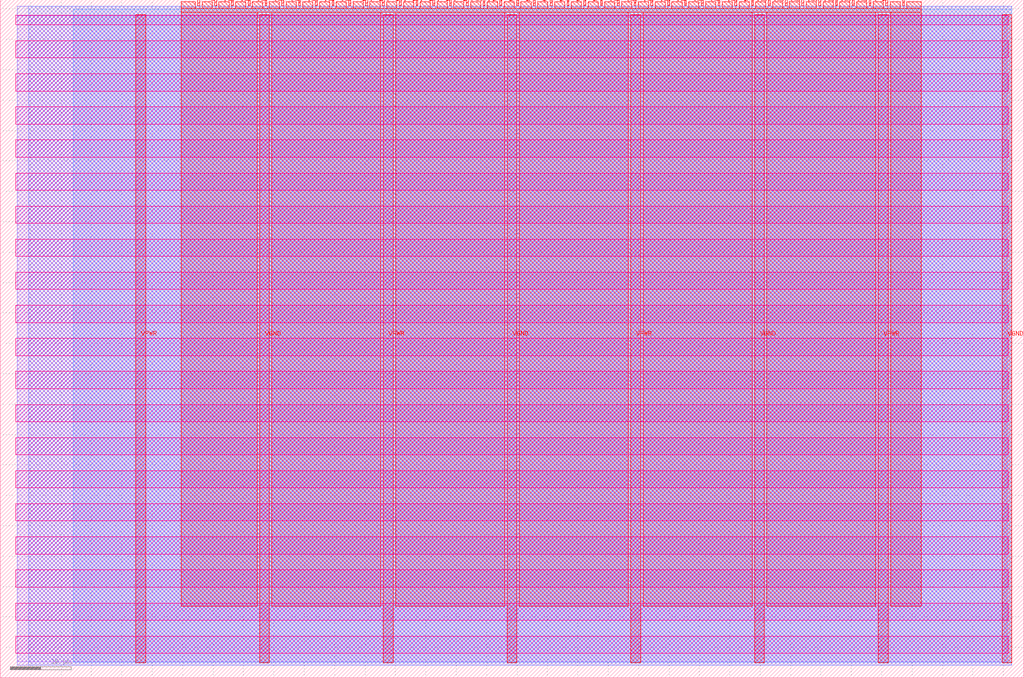
<source format=lef>
VERSION 5.7 ;
  NOWIREEXTENSIONATPIN ON ;
  DIVIDERCHAR "/" ;
  BUSBITCHARS "[]" ;
MACRO tt_um_haozhezhu_top
  CLASS BLOCK ;
  FOREIGN tt_um_haozhezhu_top ;
  ORIGIN 0.000 0.000 ;
  SIZE 168.360 BY 111.520 ;
  PIN VGND
    DIRECTION INOUT ;
    USE GROUND ;
    PORT
      LAYER met4 ;
        RECT 42.670 2.480 44.270 109.040 ;
    END
    PORT
      LAYER met4 ;
        RECT 83.380 2.480 84.980 109.040 ;
    END
    PORT
      LAYER met4 ;
        RECT 124.090 2.480 125.690 109.040 ;
    END
    PORT
      LAYER met4 ;
        RECT 164.800 2.480 166.400 109.040 ;
    END
  END VGND
  PIN VPWR
    DIRECTION INOUT ;
    USE POWER ;
    PORT
      LAYER met4 ;
        RECT 22.315 2.480 23.915 109.040 ;
    END
    PORT
      LAYER met4 ;
        RECT 63.025 2.480 64.625 109.040 ;
    END
    PORT
      LAYER met4 ;
        RECT 103.735 2.480 105.335 109.040 ;
    END
    PORT
      LAYER met4 ;
        RECT 144.445 2.480 146.045 109.040 ;
    END
  END VPWR
  PIN clk
    DIRECTION INPUT ;
    USE SIGNAL ;
    PORT
      LAYER met4 ;
        RECT 145.670 110.520 145.970 111.520 ;
    END
  END clk
  PIN ena
    DIRECTION INPUT ;
    USE SIGNAL ;
    ANTENNAGATEAREA 0.159000 ;
    PORT
      LAYER met4 ;
        RECT 148.430 110.520 148.730 111.520 ;
    END
  END ena
  PIN rst_n
    DIRECTION INPUT ;
    USE SIGNAL ;
    ANTENNAGATEAREA 0.196500 ;
    PORT
      LAYER met4 ;
        RECT 142.910 110.520 143.210 111.520 ;
    END
  END rst_n
  PIN ui_in[0]
    DIRECTION INPUT ;
    USE SIGNAL ;
    ANTENNAGATEAREA 0.196500 ;
    PORT
      LAYER met4 ;
        RECT 140.150 110.520 140.450 111.520 ;
    END
  END ui_in[0]
  PIN ui_in[1]
    DIRECTION INPUT ;
    USE SIGNAL ;
    ANTENNAGATEAREA 0.213000 ;
    PORT
      LAYER met4 ;
        RECT 137.390 110.520 137.690 111.520 ;
    END
  END ui_in[1]
  PIN ui_in[2]
    DIRECTION INPUT ;
    USE SIGNAL ;
    ANTENNAGATEAREA 0.213000 ;
    PORT
      LAYER met4 ;
        RECT 134.630 110.520 134.930 111.520 ;
    END
  END ui_in[2]
  PIN ui_in[3]
    DIRECTION INPUT ;
    USE SIGNAL ;
    ANTENNAGATEAREA 0.126000 ;
    PORT
      LAYER met4 ;
        RECT 131.870 110.520 132.170 111.520 ;
    END
  END ui_in[3]
  PIN ui_in[4]
    DIRECTION INPUT ;
    USE SIGNAL ;
    ANTENNAGATEAREA 0.196500 ;
    PORT
      LAYER met4 ;
        RECT 129.110 110.520 129.410 111.520 ;
    END
  END ui_in[4]
  PIN ui_in[5]
    DIRECTION INPUT ;
    USE SIGNAL ;
    ANTENNAGATEAREA 0.213000 ;
    PORT
      LAYER met4 ;
        RECT 126.350 110.520 126.650 111.520 ;
    END
  END ui_in[5]
  PIN ui_in[6]
    DIRECTION INPUT ;
    USE SIGNAL ;
    ANTENNAGATEAREA 0.213000 ;
    PORT
      LAYER met4 ;
        RECT 123.590 110.520 123.890 111.520 ;
    END
  END ui_in[6]
  PIN ui_in[7]
    DIRECTION INPUT ;
    USE SIGNAL ;
    ANTENNAGATEAREA 0.126000 ;
    PORT
      LAYER met4 ;
        RECT 120.830 110.520 121.130 111.520 ;
    END
  END ui_in[7]
  PIN uio_in[0]
    DIRECTION INPUT ;
    USE SIGNAL ;
    PORT
      LAYER met4 ;
        RECT 118.070 110.520 118.370 111.520 ;
    END
  END uio_in[0]
  PIN uio_in[1]
    DIRECTION INPUT ;
    USE SIGNAL ;
    PORT
      LAYER met4 ;
        RECT 115.310 110.520 115.610 111.520 ;
    END
  END uio_in[1]
  PIN uio_in[2]
    DIRECTION INPUT ;
    USE SIGNAL ;
    PORT
      LAYER met4 ;
        RECT 112.550 110.520 112.850 111.520 ;
    END
  END uio_in[2]
  PIN uio_in[3]
    DIRECTION INPUT ;
    USE SIGNAL ;
    PORT
      LAYER met4 ;
        RECT 109.790 110.520 110.090 111.520 ;
    END
  END uio_in[3]
  PIN uio_in[4]
    DIRECTION INPUT ;
    USE SIGNAL ;
    PORT
      LAYER met4 ;
        RECT 107.030 110.520 107.330 111.520 ;
    END
  END uio_in[4]
  PIN uio_in[5]
    DIRECTION INPUT ;
    USE SIGNAL ;
    PORT
      LAYER met4 ;
        RECT 104.270 110.520 104.570 111.520 ;
    END
  END uio_in[5]
  PIN uio_in[6]
    DIRECTION INPUT ;
    USE SIGNAL ;
    PORT
      LAYER met4 ;
        RECT 101.510 110.520 101.810 111.520 ;
    END
  END uio_in[6]
  PIN uio_in[7]
    DIRECTION INPUT ;
    USE SIGNAL ;
    PORT
      LAYER met4 ;
        RECT 98.750 110.520 99.050 111.520 ;
    END
  END uio_in[7]
  PIN uio_oe[0]
    DIRECTION OUTPUT TRISTATE ;
    USE SIGNAL ;
    PORT
      LAYER met4 ;
        RECT 51.830 110.520 52.130 111.520 ;
    END
  END uio_oe[0]
  PIN uio_oe[1]
    DIRECTION OUTPUT TRISTATE ;
    USE SIGNAL ;
    PORT
      LAYER met4 ;
        RECT 49.070 110.520 49.370 111.520 ;
    END
  END uio_oe[1]
  PIN uio_oe[2]
    DIRECTION OUTPUT TRISTATE ;
    USE SIGNAL ;
    PORT
      LAYER met4 ;
        RECT 46.310 110.520 46.610 111.520 ;
    END
  END uio_oe[2]
  PIN uio_oe[3]
    DIRECTION OUTPUT TRISTATE ;
    USE SIGNAL ;
    PORT
      LAYER met4 ;
        RECT 43.550 110.520 43.850 111.520 ;
    END
  END uio_oe[3]
  PIN uio_oe[4]
    DIRECTION OUTPUT TRISTATE ;
    USE SIGNAL ;
    PORT
      LAYER met4 ;
        RECT 40.790 110.520 41.090 111.520 ;
    END
  END uio_oe[4]
  PIN uio_oe[5]
    DIRECTION OUTPUT TRISTATE ;
    USE SIGNAL ;
    PORT
      LAYER met4 ;
        RECT 38.030 110.520 38.330 111.520 ;
    END
  END uio_oe[5]
  PIN uio_oe[6]
    DIRECTION OUTPUT TRISTATE ;
    USE SIGNAL ;
    PORT
      LAYER met4 ;
        RECT 35.270 110.520 35.570 111.520 ;
    END
  END uio_oe[6]
  PIN uio_oe[7]
    DIRECTION OUTPUT TRISTATE ;
    USE SIGNAL ;
    PORT
      LAYER met4 ;
        RECT 32.510 110.520 32.810 111.520 ;
    END
  END uio_oe[7]
  PIN uio_out[0]
    DIRECTION OUTPUT TRISTATE ;
    USE SIGNAL ;
    ANTENNAGATEAREA 0.126000 ;
    ANTENNADIFFAREA 0.445500 ;
    PORT
      LAYER met4 ;
        RECT 73.910 110.520 74.210 111.520 ;
    END
  END uio_out[0]
  PIN uio_out[1]
    DIRECTION OUTPUT TRISTATE ;
    USE SIGNAL ;
    ANTENNAGATEAREA 0.126000 ;
    ANTENNADIFFAREA 0.891000 ;
    PORT
      LAYER met4 ;
        RECT 71.150 110.520 71.450 111.520 ;
    END
  END uio_out[1]
  PIN uio_out[2]
    DIRECTION OUTPUT TRISTATE ;
    USE SIGNAL ;
    ANTENNAGATEAREA 0.126000 ;
    ANTENNADIFFAREA 0.445500 ;
    PORT
      LAYER met4 ;
        RECT 68.390 110.520 68.690 111.520 ;
    END
  END uio_out[2]
  PIN uio_out[3]
    DIRECTION OUTPUT TRISTATE ;
    USE SIGNAL ;
    ANTENNAGATEAREA 0.126000 ;
    ANTENNADIFFAREA 0.445500 ;
    PORT
      LAYER met4 ;
        RECT 65.630 110.520 65.930 111.520 ;
    END
  END uio_out[3]
  PIN uio_out[4]
    DIRECTION OUTPUT TRISTATE ;
    USE SIGNAL ;
    ANTENNADIFFAREA 0.445500 ;
    PORT
      LAYER met4 ;
        RECT 62.870 110.520 63.170 111.520 ;
    END
  END uio_out[4]
  PIN uio_out[5]
    DIRECTION OUTPUT TRISTATE ;
    USE SIGNAL ;
    ANTENNADIFFAREA 0.795200 ;
    PORT
      LAYER met4 ;
        RECT 60.110 110.520 60.410 111.520 ;
    END
  END uio_out[5]
  PIN uio_out[6]
    DIRECTION OUTPUT TRISTATE ;
    USE SIGNAL ;
    ANTENNADIFFAREA 0.445500 ;
    PORT
      LAYER met4 ;
        RECT 57.350 110.520 57.650 111.520 ;
    END
  END uio_out[6]
  PIN uio_out[7]
    DIRECTION OUTPUT TRISTATE ;
    USE SIGNAL ;
    ANTENNADIFFAREA 0.795200 ;
    PORT
      LAYER met4 ;
        RECT 54.590 110.520 54.890 111.520 ;
    END
  END uio_out[7]
  PIN uo_out[0]
    DIRECTION OUTPUT TRISTATE ;
    USE SIGNAL ;
    ANTENNADIFFAREA 0.795200 ;
    PORT
      LAYER met4 ;
        RECT 95.990 110.520 96.290 111.520 ;
    END
  END uo_out[0]
  PIN uo_out[1]
    DIRECTION OUTPUT TRISTATE ;
    USE SIGNAL ;
    ANTENNADIFFAREA 0.795200 ;
    PORT
      LAYER met4 ;
        RECT 93.230 110.520 93.530 111.520 ;
    END
  END uo_out[1]
  PIN uo_out[2]
    DIRECTION OUTPUT TRISTATE ;
    USE SIGNAL ;
    ANTENNADIFFAREA 0.445500 ;
    PORT
      LAYER met4 ;
        RECT 90.470 110.520 90.770 111.520 ;
    END
  END uo_out[2]
  PIN uo_out[3]
    DIRECTION OUTPUT TRISTATE ;
    USE SIGNAL ;
    ANTENNADIFFAREA 0.445500 ;
    PORT
      LAYER met4 ;
        RECT 87.710 110.520 88.010 111.520 ;
    END
  END uo_out[3]
  PIN uo_out[4]
    DIRECTION OUTPUT TRISTATE ;
    USE SIGNAL ;
    ANTENNADIFFAREA 0.445500 ;
    PORT
      LAYER met4 ;
        RECT 84.950 110.520 85.250 111.520 ;
    END
  END uo_out[4]
  PIN uo_out[5]
    DIRECTION OUTPUT TRISTATE ;
    USE SIGNAL ;
    ANTENNADIFFAREA 0.445500 ;
    PORT
      LAYER met4 ;
        RECT 82.190 110.520 82.490 111.520 ;
    END
  END uo_out[5]
  PIN uo_out[6]
    DIRECTION OUTPUT TRISTATE ;
    USE SIGNAL ;
    ANTENNADIFFAREA 0.795200 ;
    PORT
      LAYER met4 ;
        RECT 79.430 110.520 79.730 111.520 ;
    END
  END uo_out[6]
  PIN uo_out[7]
    DIRECTION OUTPUT TRISTATE ;
    USE SIGNAL ;
    PORT
      LAYER met4 ;
        RECT 76.670 110.520 76.970 111.520 ;
    END
  END uo_out[7]
  OBS
      LAYER nwell ;
        RECT 2.570 107.385 165.790 108.990 ;
        RECT 2.570 101.945 165.790 104.775 ;
        RECT 2.570 96.505 165.790 99.335 ;
        RECT 2.570 91.065 165.790 93.895 ;
        RECT 2.570 85.625 165.790 88.455 ;
        RECT 2.570 80.185 165.790 83.015 ;
        RECT 2.570 74.745 165.790 77.575 ;
        RECT 2.570 69.305 165.790 72.135 ;
        RECT 2.570 63.865 165.790 66.695 ;
        RECT 2.570 58.425 165.790 61.255 ;
        RECT 2.570 52.985 165.790 55.815 ;
        RECT 2.570 47.545 165.790 50.375 ;
        RECT 2.570 42.105 165.790 44.935 ;
        RECT 2.570 36.665 165.790 39.495 ;
        RECT 2.570 31.225 165.790 34.055 ;
        RECT 2.570 25.785 165.790 28.615 ;
        RECT 2.570 20.345 165.790 23.175 ;
        RECT 2.570 14.905 165.790 17.735 ;
        RECT 2.570 9.465 165.790 12.295 ;
        RECT 2.570 4.025 165.790 6.855 ;
      LAYER li1 ;
        RECT 2.760 2.635 165.600 108.885 ;
      LAYER met1 ;
        RECT 2.760 2.080 166.400 110.460 ;
      LAYER met2 ;
        RECT 4.700 2.050 166.370 110.490 ;
      LAYER met3 ;
        RECT 12.025 2.555 166.390 109.985 ;
      LAYER met4 ;
        RECT 29.735 110.120 32.110 111.170 ;
        RECT 33.210 110.120 34.870 111.170 ;
        RECT 35.970 110.120 37.630 111.170 ;
        RECT 38.730 110.120 40.390 111.170 ;
        RECT 41.490 110.120 43.150 111.170 ;
        RECT 44.250 110.120 45.910 111.170 ;
        RECT 47.010 110.120 48.670 111.170 ;
        RECT 49.770 110.120 51.430 111.170 ;
        RECT 52.530 110.120 54.190 111.170 ;
        RECT 55.290 110.120 56.950 111.170 ;
        RECT 58.050 110.120 59.710 111.170 ;
        RECT 60.810 110.120 62.470 111.170 ;
        RECT 63.570 110.120 65.230 111.170 ;
        RECT 66.330 110.120 67.990 111.170 ;
        RECT 69.090 110.120 70.750 111.170 ;
        RECT 71.850 110.120 73.510 111.170 ;
        RECT 74.610 110.120 76.270 111.170 ;
        RECT 77.370 110.120 79.030 111.170 ;
        RECT 80.130 110.120 81.790 111.170 ;
        RECT 82.890 110.120 84.550 111.170 ;
        RECT 85.650 110.120 87.310 111.170 ;
        RECT 88.410 110.120 90.070 111.170 ;
        RECT 91.170 110.120 92.830 111.170 ;
        RECT 93.930 110.120 95.590 111.170 ;
        RECT 96.690 110.120 98.350 111.170 ;
        RECT 99.450 110.120 101.110 111.170 ;
        RECT 102.210 110.120 103.870 111.170 ;
        RECT 104.970 110.120 106.630 111.170 ;
        RECT 107.730 110.120 109.390 111.170 ;
        RECT 110.490 110.120 112.150 111.170 ;
        RECT 113.250 110.120 114.910 111.170 ;
        RECT 116.010 110.120 117.670 111.170 ;
        RECT 118.770 110.120 120.430 111.170 ;
        RECT 121.530 110.120 123.190 111.170 ;
        RECT 124.290 110.120 125.950 111.170 ;
        RECT 127.050 110.120 128.710 111.170 ;
        RECT 129.810 110.120 131.470 111.170 ;
        RECT 132.570 110.120 134.230 111.170 ;
        RECT 135.330 110.120 136.990 111.170 ;
        RECT 138.090 110.120 139.750 111.170 ;
        RECT 140.850 110.120 142.510 111.170 ;
        RECT 143.610 110.120 145.270 111.170 ;
        RECT 146.370 110.120 148.030 111.170 ;
        RECT 149.130 110.120 151.505 111.170 ;
        RECT 29.735 109.440 151.505 110.120 ;
        RECT 29.735 11.735 42.270 109.440 ;
        RECT 44.670 11.735 62.625 109.440 ;
        RECT 65.025 11.735 82.980 109.440 ;
        RECT 85.380 11.735 103.335 109.440 ;
        RECT 105.735 11.735 123.690 109.440 ;
        RECT 126.090 11.735 144.045 109.440 ;
        RECT 146.445 11.735 151.505 109.440 ;
  END
END tt_um_haozhezhu_top
END LIBRARY


</source>
